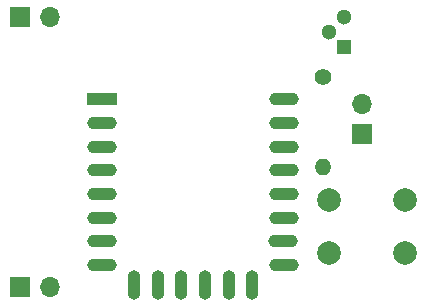
<source format=gbr>
%TF.GenerationSoftware,KiCad,Pcbnew,(5.1.6)-1*%
%TF.CreationDate,2020-12-09T18:00:23+01:00*%
%TF.ProjectId,W__cznik _wiat_a,57420563-7a6e-4696-9b20-5b7769617442,1*%
%TF.SameCoordinates,Original*%
%TF.FileFunction,Copper,L2,Bot*%
%TF.FilePolarity,Positive*%
%FSLAX46Y46*%
G04 Gerber Fmt 4.6, Leading zero omitted, Abs format (unit mm)*
G04 Created by KiCad (PCBNEW (5.1.6)-1) date 2020-12-09 18:00:23*
%MOMM*%
%LPD*%
G01*
G04 APERTURE LIST*
%TA.AperFunction,ComponentPad*%
%ADD10O,1.700000X1.700000*%
%TD*%
%TA.AperFunction,ComponentPad*%
%ADD11R,1.700000X1.700000*%
%TD*%
%TA.AperFunction,ComponentPad*%
%ADD12C,1.300000*%
%TD*%
%TA.AperFunction,ComponentPad*%
%ADD13R,1.300000X1.300000*%
%TD*%
%TA.AperFunction,ComponentPad*%
%ADD14C,1.400000*%
%TD*%
%TA.AperFunction,ComponentPad*%
%ADD15O,1.400000X1.400000*%
%TD*%
%TA.AperFunction,ComponentPad*%
%ADD16C,2.000000*%
%TD*%
%TA.AperFunction,ComponentPad*%
%ADD17R,2.500000X1.100000*%
%TD*%
%TA.AperFunction,ComponentPad*%
%ADD18O,2.500000X1.100000*%
%TD*%
%TA.AperFunction,ComponentPad*%
%ADD19O,1.100000X2.500000*%
%TD*%
G04 APERTURE END LIST*
D10*
%TO.P,REF\u002A\u002A,2*%
%TO.N,Net-(SW2-Pad1)*%
X66802000Y-32258000D03*
D11*
%TO.P,REF\u002A\u002A,1*%
%TO.N,Net-(Q1-Pad1)*%
X66802000Y-34798000D03*
%TD*%
D12*
%TO.P,Q1,2*%
%TO.N,Net-(Q1-Pad2)*%
X64008000Y-26152000D03*
%TO.P,Q1,3*%
%TO.N,Net-(Q1-Pad3)*%
X65278000Y-24892000D03*
D13*
%TO.P,Q1,1*%
%TO.N,Net-(Q1-Pad1)*%
X65278000Y-27432000D03*
%TD*%
D14*
%TO.P,R1,1*%
%TO.N,Net-(Q1-Pad2)*%
X63500000Y-29972000D03*
D15*
%TO.P,R1,2*%
%TO.N,Net-(R1-Pad2)*%
X63500000Y-37592000D03*
%TD*%
D16*
%TO.P,SW1,2*%
%TO.N,Net-(Q1-Pad1)*%
X64008000Y-44886000D03*
%TO.P,SW1,1*%
%TO.N,Net-(SW1-Pad1)*%
X64008000Y-40386000D03*
%TO.P,SW1,2*%
%TO.N,N/C*%
X70508000Y-44886000D03*
%TO.P,SW1,1*%
X70508000Y-40386000D03*
%TD*%
D11*
%TO.P,U1,1*%
%TO.N,N/C*%
X37893001Y-24939001D03*
D10*
%TO.P,U1,2*%
%TO.N,+5V*%
X40433001Y-24939001D03*
%TO.P,U1,3*%
%TO.N,Net-(U1-Pad3)*%
X40433001Y-47799001D03*
D11*
%TO.P,U1,1*%
%TO.N,Net-(Q1-Pad1)*%
X37893001Y-47799001D03*
%TD*%
D17*
%TO.P,U2,1*%
%TO.N,Net-(U2-Pad1)*%
X44843001Y-31889001D03*
D18*
%TO.P,U2,2*%
%TO.N,Net-(U2-Pad2)*%
X44843001Y-33889001D03*
%TO.P,U2,3*%
%TO.N,Net-(U1-Pad3)*%
X44843001Y-35889001D03*
%TO.P,U2,4*%
%TO.N,Net-(U2-Pad4)*%
X44843001Y-37889001D03*
%TO.P,U2,5*%
%TO.N,Net-(SW2-Pad1)*%
X44843001Y-39889001D03*
%TO.P,U2,6*%
%TO.N,Net-(U2-Pad6)*%
X44843001Y-41889001D03*
%TO.P,U2,7*%
%TO.N,Net-(U2-Pad7)*%
X44843001Y-43889001D03*
%TO.P,U2,8*%
%TO.N,Net-(U1-Pad3)*%
X44843001Y-45889001D03*
%TO.P,U2,15*%
%TO.N,Net-(Q1-Pad1)*%
X60243001Y-45889001D03*
%TO.P,U2,16*%
X60143001Y-43889001D03*
%TO.P,U2,17*%
%TO.N,Net-(U2-Pad17)*%
X60243001Y-41889001D03*
%TO.P,U2,18*%
%TO.N,Net-(U2-Pad18)*%
X60243001Y-39889001D03*
%TO.P,U2,19*%
%TO.N,Net-(SW1-Pad1)*%
X60243001Y-37889001D03*
%TO.P,U2,20*%
%TO.N,Net-(R1-Pad2)*%
X60243001Y-35889001D03*
%TO.P,U2,21*%
%TO.N,Net-(U2-Pad21)*%
X60243001Y-33889001D03*
%TO.P,U2,22*%
%TO.N,Net-(U2-Pad22)*%
X60243001Y-31889001D03*
D19*
%TO.P,U2,9*%
%TO.N,Net-(U2-Pad9)*%
X47533001Y-47589001D03*
%TO.P,U2,10*%
%TO.N,Net-(U2-Pad10)*%
X49533001Y-47589001D03*
%TO.P,U2,11*%
%TO.N,Net-(U2-Pad11)*%
X51533001Y-47589001D03*
%TO.P,U2,12*%
%TO.N,Net-(U2-Pad12)*%
X53533001Y-47589001D03*
%TO.P,U2,13*%
%TO.N,Net-(U2-Pad13)*%
X55533001Y-47589001D03*
%TO.P,U2,14*%
%TO.N,Net-(U2-Pad14)*%
X57533001Y-47589001D03*
%TD*%
M02*

</source>
